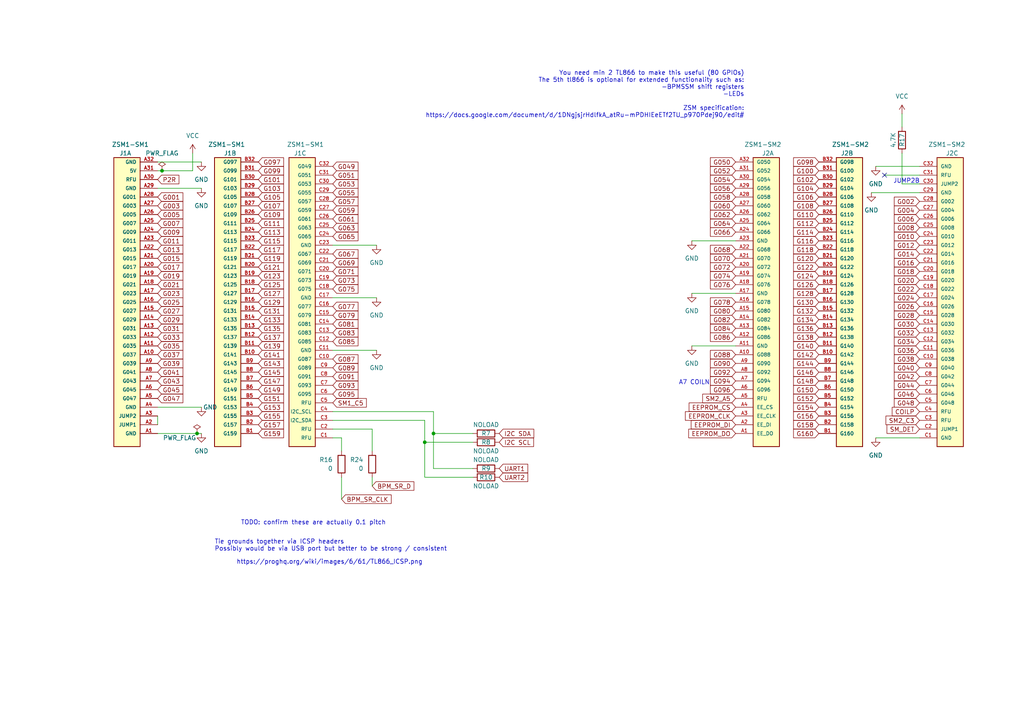
<source format=kicad_sch>
(kicad_sch (version 20211123) (generator eeschema)
  (paper "A4")
  (junction (at 83.82 292.1))
  (junction (at 121.92 240.03))
  (junction (at 120.65 312.42))
  (junction (at 231.14 267.97))
  (junction (at 113.03 242.57))
  (junction (at 46.99 49.53))
  (junction (at 149.86 229.87))
  (junction (at 123.19 128.27))
  (junction (at 220.98 229.87))
  (junction (at 124.46 312.42))
  (junction (at 91.44 304.8))
  (junction (at 125.73 125.73))
  (junction (at 57.15 125.73))
  (no_connect (at 215.9 252.73))
  (no_connect (at -71.12 106.68))
  (no_connect (at -71.12 109.22))
  (no_connect (at -71.12 114.3))
  (no_connect (at -71.12 116.84))
  (no_connect (at -71.12 119.38))
  (no_connect (at -68.58 62.23))
  (no_connect (at -68.58 49.53))
  (no_connect (at -68.58 52.07))
  (no_connect (at -68.58 57.15))
  (no_connect (at -68.58 59.69))
  (no_connect (at 369.57 57.15))
  (no_connect (at 369.57 59.69))
  (no_connect (at 369.57 64.77))
  (no_connect (at 369.57 69.85))
  (no_connect (at 369.57 67.31))
  (no_connect (at 195.58 280.67))
  (no_connect (at 215.9 240.03))
  (no_connect (at 215.9 237.49))
  (no_connect (at 215.9 242.57))
  (no_connect (at 215.9 227.33))
  (no_connect (at 372.11 129.54))
  (no_connect (at 372.11 132.08))
  (no_connect (at 372.11 127))
  (no_connect (at 372.11 121.92))
  (no_connect (at 372.11 119.38))
  (no_connect (at 198.12 280.67))
  (no_connect (at 200.66 280.67))
  (no_connect (at 215.9 247.65))
  (no_connect (at 256.54 50.8))
  (no_connect (at 215.9 234.95))
  (wire (pts (xy 45.72 120.65) (xy 45.72 123.19)))
  (wire (pts (xy 113.03 304.8) (xy 113.03 307.34)))
  (wire (pts (xy 137.16 125.73) (xy 125.73 125.73)))
  (wire (pts (xy 113.03 233.68) (xy 113.03 242.57)))
  (wire (pts (xy -71.12 111.76) (xy -64.77 111.76)))
  (wire (pts (xy 125.73 135.89) (xy 125.73 125.73)))
  (wire (pts (xy 213.36 85.09) (xy 200.66 85.09)))
  (wire (pts (xy 124.46 312.42) (xy 128.27 312.42)))
  (wire (pts (xy 83.82 289.56) (xy 83.82 292.1)))
  (wire (pts (xy 110.49 240.03) (xy 121.92 240.03)))
  (wire (pts (xy 96.52 86.36) (xy 109.22 86.36)))
  (wire (pts (xy 256.54 50.8) (xy 266.7 50.8)))
  (wire (pts (xy 215.9 260.35) (xy 220.98 260.35)))
  (wire (pts (xy 123.19 128.27) (xy 123.19 121.92)))
  (wire (pts (xy 96.52 71.12) (xy 109.22 71.12)))
  (wire (pts (xy 215.9 267.97) (xy 231.14 267.97)))
  (wire (pts (xy 124.46 312.42) (xy 124.46 314.96)))
  (wire (pts (xy 26.67 287.02) (xy 26.67 290.83)))
  (wire (pts (xy 254 127) (xy 266.7 127)))
  (wire (pts (xy 120.65 312.42) (xy 124.46 312.42)))
  (wire (pts (xy 46.99 49.53) (xy 55.88 49.53)))
  (wire (pts (xy 96.52 124.46) (xy 107.95 124.46)))
  (wire (pts (xy 137.16 128.27) (xy 123.19 128.27)))
  (wire (pts (xy 91.44 292.1) (xy 91.44 293.37)))
  (wire (pts (xy 99.06 138.43) (xy 99.06 144.78)))
  (wire (pts (xy 123.19 138.43) (xy 123.19 128.27)))
  (wire (pts (xy 215.9 229.87) (xy 220.98 229.87)))
  (wire (pts (xy 110.49 242.57) (xy 113.03 242.57)))
  (wire (pts (xy 83.82 292.1) (xy 83.82 299.72)))
  (wire (pts (xy 252.73 55.88) (xy 266.7 55.88)))
  (wire (pts (xy 137.16 138.43) (xy 123.19 138.43)))
  (wire (pts (xy 149.86 229.87) (xy 180.34 229.87)))
  (wire (pts (xy 96.52 101.6) (xy 109.22 101.6)))
  (wire (pts (xy 58.42 46.99) (xy 45.72 46.99)))
  (wire (pts (xy 120.65 300.99) (xy 99.06 300.99)))
  (wire (pts (xy 213.36 100.33) (xy 200.66 100.33)))
  (wire (pts (xy 96.52 119.38) (xy 125.73 119.38)))
  (wire (pts (xy 220.98 232.41) (xy 220.98 229.87)))
  (wire (pts (xy 57.15 125.73) (xy 45.72 125.73)))
  (wire (pts (xy 149.86 237.49) (xy 149.86 243.84)))
  (wire (pts (xy 213.36 69.85) (xy 200.66 69.85)))
  (wire (pts (xy 91.44 304.8) (xy 91.44 307.34)))
  (wire (pts (xy 121.92 240.03) (xy 180.34 240.03)))
  (wire (pts (xy 107.95 138.43) (xy 107.95 140.97)))
  (wire (pts (xy 369.57 62.23) (xy 375.92 62.23)))
  (wire (pts (xy 99.06 300.99) (xy 99.06 312.42)))
  (wire (pts (xy 45.72 49.53) (xy 46.99 49.53)))
  (wire (pts (xy 107.95 124.46) (xy 107.95 130.81)))
  (wire (pts (xy 83.82 309.88) (xy 77.47 309.88)))
  (wire (pts (xy 125.73 119.38) (xy 125.73 125.73)))
  (wire (pts (xy 261.62 53.34) (xy 261.62 44.45)))
  (wire (pts (xy 91.44 292.1) (xy 83.82 292.1)))
  (wire (pts (xy 254 48.26) (xy 266.7 48.26)))
  (wire (pts (xy 91.44 300.99) (xy 91.44 304.8)))
  (wire (pts (xy 261.62 33.02) (xy 261.62 36.83)))
  (wire (pts (xy 220.98 223.52) (xy 220.98 229.87)))
  (wire (pts (xy 113.03 242.57) (xy 180.34 242.57)))
  (wire (pts (xy 96.52 127) (xy 99.06 127)))
  (wire (pts (xy 58.42 54.61) (xy 45.72 54.61)))
  (wire (pts (xy 215.9 250.19) (xy 220.98 250.19)))
  (wire (pts (xy 137.16 135.89) (xy 125.73 135.89)))
  (wire (pts (xy 83.82 284.48) (xy 83.82 287.02)))
  (wire (pts (xy 147.32 229.87) (xy 149.86 229.87)))
  (wire (pts (xy 121.92 233.68) (xy 121.92 240.03)))
  (wire (pts (xy 58.42 125.73) (xy 57.15 125.73)))
  (wire (pts (xy -68.58 54.61) (xy -62.23 54.61)))
  (wire (pts (xy 266.7 53.34) (xy 261.62 53.34)))
  (wire (pts (xy 99.06 127) (xy 99.06 130.81)))
  (wire (pts (xy 215.9 255.27) (xy 220.98 255.27)))
  (wire (pts (xy 55.88 44.45) (xy 55.88 49.53)))
  (wire (pts (xy 215.9 262.89) (xy 220.98 262.89)))
  (wire (pts (xy 58.42 118.11) (xy 45.72 118.11)))
  (wire (pts (xy 123.19 121.92) (xy 96.52 121.92)))
  (wire (pts (xy 372.11 124.46) (xy 378.46 124.46)))
  (wire (pts (xy 120.65 312.42) (xy 120.65 300.99)))
  (wire (pts (xy 231.14 267.97) (xy 234.95 267.97)))
  (text "Following pins were connected on SM48D:\n-SM2.A12 (G033): G015\n-SM2.A10 (G037): G019\n-SM2.A09 (G039): G023\n-SM2.A08 (G041): G027\n\nProvide a way to test connections\nAdd a few extra in case more are used\nthat I don't know about" (at 273.05 241.3 0) (effects (font (size 1.27 1.27)) (justify left bottom)))
  (text "RFU: UART" (at 160.02 269.24 0) (effects (font (size 1.27 1.27)) (justify left bottom)))
  (text "3.3V to 5V level translation" (at 72.39 325.12 0) (effects (font (size 1.27 1.27)) (justify left bottom)))
  (text "Considered TL866 for misc GPIO,\nbut use RP2040 since easier to get and\nconsistent with zscn" (at 184.15 215.9 0) (effects (font (size 1.27 1.27)) (justify left bottom)))
  (text "Tie grounds together via ICSP headers\nPossibly would be via USB port but better to be strong / consistent" (at 62.23 160.02 0) (effects (font (size 1.27 1.27)) (justify left bottom)))
  (text "TODO: confirm these are actually 0.1 pitch" (at 69.85 152.4 0) (effects (font (size 1.27 1.27)) (justify left bottom)))
  (text "JUMP2B" (at 259.08 53.34 0) (effects (font (size 1.27 1.27)) (justify left bottom)))
  (text "A7 COILN" (at 196.85 111.76 0) (effects (font (size 1.27 1.27)) (justify left bottom)))
  (text "Give some flexibility for other voltage\nBridge / jumper if unused" (at 85.09 289.56 0) (effects (font (size 1.27 1.27)) (justify left bottom)))
  (text "SM48D relay control\nWhen COIL_EN is asserted, the SM will connect\nP2R to P2\n\nRight circuit drives relay COILP (SM2.C4)\nNote COILN on G043 (SM2.A7)\nAdd transistor here to make atomic, although\nwe could probably toggle through TL866" (at 39.37 271.78 0) (effects (font (size 1.27 1.27)) (justify left bottom)))
  (text "Signal fed into SM's relay\nWhen closed, connects to P2\nIntended for loopback testing?\n" (at 7.62 284.48 0) (effects (font (size 1.27 1.27)) (justify left bottom)))
  (text "Although we could just switch COILN,\ndon't apply power until we have a\ncompatible connection" (at 43.18 300.99 0) (effects (font (size 1.27 1.27)) (justify left bottom)))
  (text "https://proghq.org/wiki/images/6/61/TL866_ICSP.png" (at 68.58 163.83 0) (effects (font (size 1.27 1.27)) (justify left bottom)))
  (text "RFU: UART" (at 160.02 266.7 0) (effects (font (size 1.27 1.27)) (justify left bottom)))
  (text "You need min 2 TL866 to make this useful (80 GPIOs)\nThe 5th tl866 is optional for extended functionality such as:\n-BPMSSM shift registers\n-LEDs\n\nZSM specification:\nhttps://docs.google.com/document/d/1DNgjsjrHdlfkA_atRu-mPDHIEeETf2TU_p970Pdej90/edit#" (at 215.9 34.29 0) (effects (font (size 1.27 1.27)) (justify right bottom)))
  (global_label "G109" (shape input) (at 74.93 62.23 0) (property "Intersheet References" "${INTERSHEET_REFS}" (effects hide)))
  (global_label "G014" (shape input) (at 266.7 73.66 180) (property "Intersheet References" "${INTERSHEET_REFS}" (effects hide)))
  (global_label "G060" (shape input) (at 316.23 49.53 180) (property "Intersheet References" "${INTERSHEET_REFS}" (effects hide)))
  (global_label "G083" (shape input) (at 96.52 96.52 0) (property "Intersheet References" "${INTERSHEET_REFS}" (effects hide)))
  (global_label "GND" (shape input) (at 215.9 232.41 0) (property "Intersheet References" "${INTERSHEET_REFS}" (effects hide)))
  (global_label "G015" (shape input) (at -22.86 54.61 0) (property "Intersheet References" "${INTERSHEET_REFS}" (effects hide)))
  (global_label "G043_GPIO" (shape input) (at 180.34 250.19 180) (property "Intersheet References" "${INTERSHEET_REFS}" (effects hide)))
  (global_label "G052" (shape input) (at 213.36 49.53 180) (property "Intersheet References" "${INTERSHEET_REFS}" (effects hide)))
  (global_label "G039" (shape input) (at 45.72 105.41 0) (property "Intersheet References" "${INTERSHEET_REFS}" (effects hide)))
  (global_label "G043" (shape input) (at 113.03 304.8 180) (property "Intersheet References" "${INTERSHEET_REFS}" (effects hide)))
  (global_label "G002" (shape input) (at 266.7 58.42 180) (property "Intersheet References" "${INTERSHEET_REFS}" (effects hide)))
  (global_label "G143" (shape input) (at 74.93 105.41 0) (property "Intersheet References" "${INTERSHEET_REFS}" (effects hide)))
  (global_label "G074" (shape input) (at 339.09 67.31 0) (property "Intersheet References" "${INTERSHEET_REFS}" (effects hide)))
  (global_label "G016" (shape input) (at 266.7 76.2 180) (property "Intersheet References" "${INTERSHEET_REFS}" (effects hide)))
  (global_label "G033" (shape input) (at -22.86 72.39 0) (property "Intersheet References" "${INTERSHEET_REFS}" (effects hide)))
  (global_label "G105" (shape input) (at 74.93 57.15 0) (property "Intersheet References" "${INTERSHEET_REFS}" (effects hide)))
  (global_label "BPM_SR_D" (shape input) (at 107.95 140.97 0) (property "Intersheet References" "${INTERSHEET_REFS}" (effects hide)))
  (global_label "G104" (shape input) (at 316.23 106.68 180) (property "Intersheet References" "${INTERSHEET_REFS}" (effects hide)))
  (global_label "G009" (shape input) (at -45.72 46.99 180) (property "Intersheet References" "${INTERSHEET_REFS}" (effects hide)))
  (global_label "G007" (shape input) (at 45.72 64.77 0) (property "Intersheet References" "${INTERSHEET_REFS}" (effects hide)))
  (global_label "G102" (shape input) (at 237.49 52.07 180) (property "Intersheet References" "${INTERSHEET_REFS}" (effects hide)))
  (global_label "G099" (shape input) (at -22.86 93.98 0) (property "Intersheet References" "${INTERSHEET_REFS}" (effects hide)))
  (global_label "COILP" (shape input) (at 266.7 119.38 180) (property "Intersheet References" "${INTERSHEET_REFS}" (effects hide)))
  (global_label "G117" (shape input) (at 74.93 72.39 0) (property "Intersheet References" "${INTERSHEET_REFS}" (effects hide)))
  (global_label "G094" (shape input) (at 339.09 144.78 0) (property "Intersheet References" "${INTERSHEET_REFS}" (effects hide)))
  (global_label "G129" (shape input) (at -45.72 114.3 180) (property "Intersheet References" "${INTERSHEET_REFS}" (effects hide)))
  (global_label "G101" (shape input) (at -45.72 96.52 180) (property "Intersheet References" "${INTERSHEET_REFS}" (effects hide)))
  (global_label "G139" (shape input) (at 74.93 100.33 0) (property "Intersheet References" "${INTERSHEET_REFS}" (effects hide)))
  (global_label "LED2" (shape input) (at 215.9 273.05 0) (property "Intersheet References" "${INTERSHEET_REFS}" (effects hide)))
  (global_label "G107" (shape input) (at -22.86 99.06 0) (property "Intersheet References" "${INTERSHEET_REFS}" (effects hide)))
  (global_label "COIL_EN" (shape input) (at 128.27 312.42 0) (property "Intersheet References" "${INTERSHEET_REFS}" (effects hide)))
  (global_label "P2R" (shape input) (at 26.67 293.37 0) (property "Intersheet References" "${INTERSHEET_REFS}" (effects hide)))
  (global_label "G092" (shape input) (at 213.36 107.95 180) (property "Intersheet References" "${INTERSHEET_REFS}" (effects hide)))
  (global_label "G004" (shape input) (at 339.09 49.53 0) (property "Intersheet References" "${INTERSHEET_REFS}" (effects hide)))
  (global_label "G143" (shape input) (at -22.86 127 0) (property "Intersheet References" "${INTERSHEET_REFS}" (effects hide)))
  (global_label "UART1" (shape input) (at 180.34 265.43 180) (property "Intersheet References" "${INTERSHEET_REFS}" (effects hide)))
  (global_label "G076" (shape input) (at 339.09 69.85 0) (property "Intersheet References" "${INTERSHEET_REFS}" (effects hide)))
  (global_label "G033" (shape input) (at 45.72 97.79 0) (property "Intersheet References" "${INTERSHEET_REFS}" (effects hide)))
  (global_label "G097" (shape input) (at -45.72 93.98 180) (property "Intersheet References" "${INTERSHEET_REFS}" (effects hide)))
  (global_label "G118" (shape input) (at 237.49 72.39 180) (property "Intersheet References" "${INTERSHEET_REFS}" (effects hide)))
  (global_label "G114" (shape input) (at 339.09 114.3 0) (property "Intersheet References" "${INTERSHEET_REFS}" (effects hide)))
  (global_label "G077" (shape input) (at 96.52 88.9 0) (property "Intersheet References" "${INTERSHEET_REFS}" (effects hide)))
  (global_label "I2C SCL" (shape input) (at 144.78 128.27 0) (property "Intersheet References" "${INTERSHEET_REFS}" (effects hide)))
  (global_label "G137" (shape input) (at -45.72 121.92 180) (property "Intersheet References" "${INTERSHEET_REFS}" (effects hide)))
  (global_label "COIL_GPIO" (shape input) (at 26.67 287.02 180) (property "Intersheet References" "${INTERSHEET_REFS}" (effects hide)))
  (global_label "G130" (shape input) (at 237.49 87.63 180) (property "Intersheet References" "${INTERSHEET_REFS}" (effects hide)))
  (global_label "EEPROM_DI" (shape input) (at 213.36 123.19 180) (property "Intersheet References" "${INTERSHEET_REFS}" (effects hide)))
  (global_label "G088" (shape input) (at 213.36 102.87 180) (property "Intersheet References" "${INTERSHEET_REFS}" (effects hide)))
  (global_label "G037" (shape input) (at 292.1 252.73 0) (property "Intersheet References" "${INTERSHEET_REFS}" (effects hide)))
  (global_label "G154" (shape input) (at 237.49 118.11 180) (property "Intersheet References" "${INTERSHEET_REFS}" (effects hide)))
  (global_label "G087" (shape input) (at 96.52 104.14 0) (property "Intersheet References" "${INTERSHEET_REFS}" (effects hide)))
  (global_label "G130" (shape input) (at 339.09 124.46 0) (property "Intersheet References" "${INTERSHEET_REFS}" (effects hide)))
  (global_label "G118" (shape input) (at 339.09 116.84 0) (property "Intersheet References" "${INTERSHEET_REFS}" (effects hide)))
  (global_label "G076" (shape input) (at 213.36 82.55 180) (property "Intersheet References" "${INTERSHEET_REFS}" (effects hide)))
  (global_label "UART2" (shape input) (at 180.34 267.97 180) (property "Intersheet References" "${INTERSHEET_REFS}" (effects hide)))
  (global_label "G083" (shape input) (at -22.86 119.38 0) (property "Intersheet References" "${INTERSHEET_REFS}" (effects hide)))
  (global_label "G061" (shape input) (at 96.52 63.5 0) (property "Intersheet References" "${INTERSHEET_REFS}" (effects hide)))
  (global_label "G079" (shape input) (at 96.52 91.44 0) (property "Intersheet References" "${INTERSHEET_REFS}" (effects hide)))
  (global_label "G037_GPIO" (shape input) (at 284.48 252.73 180) (property "Intersheet References" "${INTERSHEET_REFS}" (effects hide)))
  (global_label "G034" (shape input) (at 316.23 82.55 180) (property "Intersheet References" "${INTERSHEET_REFS}" (effects hide)))
  (global_label "G095" (shape input) (at -45.72 137.16 180) (property "Intersheet References" "${INTERSHEET_REFS}" (effects hide)))
  (global_label "GND" (shape input) (at 215.9 245.11 0) (property "Intersheet References" "${INTERSHEET_REFS}" (effects hide)))
  (global_label "EEPROM_CLK" (shape input) (at 180.34 234.95 180) (property "Intersheet References" "${INTERSHEET_REFS}" (effects hide)))
  (global_label "G142" (shape input) (at 237.49 102.87 180) (property "Intersheet References" "${INTERSHEET_REFS}" (effects hide)))
  (global_label "G059" (shape input) (at -22.86 39.37 0) (property "Intersheet References" "${INTERSHEET_REFS}" (effects hide)))
  (global_label "G156" (shape input) (at 316.23 149.86 180) (property "Intersheet References" "${INTERSHEET_REFS}" (effects hide)))
  (global_label "G029" (shape input) (at 45.72 92.71 0) (property "Intersheet References" "${INTERSHEET_REFS}" (effects hide)))
  (global_label "GND" (shape input) (at 180.34 257.81 180) (property "Intersheet References" "${INTERSHEET_REFS}" (effects hide)))
  (global_label "SM1_C5" (shape input) (at 228.6 260.35 0) (property "Intersheet References" "${INTERSHEET_REFS}" (effects hide)))
  (global_label "SM2_A5" (shape input) (at 213.36 115.57 180) (property "Intersheet References" "${INTERSHEET_REFS}" (effects hide)))
  (global_label "G042" (shape input) (at 316.23 87.63 180) (property "Intersheet References" "${INTERSHEET_REFS}" (effects hide)))
  (global_label "G139" (shape input) (at -45.72 124.46 180) (property "Intersheet References" "${INTERSHEET_REFS}" (effects hide)))
  (global_label "G128" (shape input) (at 237.49 85.09 180) (property "Intersheet References" "${INTERSHEET_REFS}" (effects hide)))
  (global_label "G148" (shape input) (at 316.23 142.24 180) (property "Intersheet References" "${INTERSHEET_REFS}" (effects hide)))
  (global_label "G045" (shape input) (at 292.1 276.86 0) (property "Intersheet References" "${INTERSHEET_REFS}" (effects hide)))
  (global_label "G055" (shape input) (at -45.72 34.29 180) (property "Intersheet References" "${INTERSHEET_REFS}" (effects hide)))
  (global_label "G100" (shape input) (at 237.49 49.53 180) (property "Intersheet References" "${INTERSHEET_REFS}" (effects hide)))
  (global_label "G026" (shape input) (at 266.7 88.9 180) (property "Intersheet References" "${INTERSHEET_REFS}" (effects hide)))
  (global_label "G095" (shape input) (at 96.52 114.3 0) (property "Intersheet References" "${INTERSHEET_REFS}" (effects hide)))
  (global_label "G148" (shape input) (at 237.49 110.49 180) (property "Intersheet References" "${INTERSHEET_REFS}" (effects hide)))
  (global_label "G063" (shape input) (at 96.52 66.04 0) (property "Intersheet References" "${INTERSHEET_REFS}" (effects hide)))
  (global_label "G145" (shape input) (at -22.86 129.54 0) (property "Intersheet References" "${INTERSHEET_REFS}" (effects hide)))
  (global_label "G091" (shape input) (at -45.72 132.08 180) (property "Intersheet References" "${INTERSHEET_REFS}" (effects hide)))
  (global_label "G066" (shape input) (at 316.23 57.15 180) (property "Intersheet References" "${INTERSHEET_REFS}" (effects hide)))
  (global_label "G080" (shape input) (at 316.23 77.47 180) (property "Intersheet References" "${INTERSHEET_REFS}" (effects hide)))
  (global_label "G054" (shape input) (at 213.36 52.07 180) (property "Intersheet References" "${INTERSHEET_REFS}" (effects hide)))
  (global_label "G035" (shape input) (at -45.72 72.39 180) (property "Intersheet References" "${INTERSHEET_REFS}" (effects hide)))
  (global_label "G069" (shape input) (at -45.72 52.07 180) (property "Intersheet References" "${INTERSHEET_REFS}" (effects hide)))
  (global_label "G124" (shape input) (at 237.49 80.01 180) (property "Intersheet References" "${INTERSHEET_REFS}" (effects hide)))
  (global_label "G154" (shape input) (at 339.09 149.86 0) (property "Intersheet References" "${INTERSHEET_REFS}" (effects hide)))
  (global_label "G069" (shape input) (at 96.52 76.2 0) (property "Intersheet References" "${INTERSHEET_REFS}" (effects hide)))
  (global_label "BPM_SR_CLK" (shape input) (at 99.06 144.78 0) (property "Intersheet References" "${INTERSHEET_REFS}" (effects hide)))
  (global_label "G037" (shape input) (at -22.86 74.93 0) (property "Intersheet References" "${INTERSHEET_REFS}" (effects hide)))
  (global_label "G031" (shape input) (at -45.72 69.85 180) (property "Intersheet References" "${INTERSHEET_REFS}" (effects hide)))
  (global_label "G014" (shape input) (at 316.23 62.23 180) (property "Intersheet References" "${INTERSHEET_REFS}" (effects hide)))
  (global_label "G084" (shape input) (at 213.36 95.25 180) (property "Intersheet References" "${INTERSHEET_REFS}" (effects hide)))
  (global_label "G057" (shape input) (at -22.86 36.83 0) (property "Intersheet References" "${INTERSHEET_REFS}" (effects hide)))
  (global_label "G023" (shape input) (at 45.72 85.09 0) (property "Intersheet References" "${INTERSHEET_REFS}" (effects hide)))
  (global_label "I2C SDA" (shape input) (at 144.78 125.73 0) (property "Intersheet References" "${INTERSHEET_REFS}" (effects hide)))
  (global_label "G091" (shape input) (at 96.52 109.22 0) (property "Intersheet References" "${INTERSHEET_REFS}" (effects hide)))
  (global_label "G050" (shape input) (at 316.23 41.91 180) (property "Intersheet References" "${INTERSHEET_REFS}" (effects hide)))
  (global_label "G131" (shape input) (at -22.86 114.3 0) (property "Intersheet References" "${INTERSHEET_REFS}" (effects hide)))
  (global_label "G046" (shape input) (at 266.7 114.3 180) (property "Intersheet References" "${INTERSHEET_REFS}" (effects hide)))
  (global_label "G119" (shape input) (at -22.86 106.68 0) (property "Intersheet References" "${INTERSHEET_REFS}" (effects hide)))
  (global_label "G051" (shape input) (at 96.52 50.8 0) (property "Intersheet References" "${INTERSHEET_REFS}" (effects hide)))
  (global_label "G125" (shape input) (at -45.72 111.76 180) (property "Intersheet References" "${INTERSHEET_REFS}" (effects hide)))
  (global_label "G101" (shape input) (at 74.93 52.07 0) (property "Intersheet References" "${INTERSHEET_REFS}" (effects hide)))
  (global_label "G027" (shape input) (at -45.72 67.31 180) (property "Intersheet References" "${INTERSHEET_REFS}" (effects hide)))
  (global_label "EEPROM_CS" (shape input) (at 147.32 229.87 180) (property "Intersheet References" "${INTERSHEET_REFS}" (effects hide)))
  (global_label "G090" (shape input) (at 339.09 139.7 0) (property "Intersheet References" "${INTERSHEET_REFS}" (effects hide)))
  (global_label "G113" (shape input) (at -45.72 104.14 180) (property "Intersheet References" "${INTERSHEET_REFS}" (effects hide)))
  (global_label "G041" (shape input) (at 292.1 262.89 0) (property "Intersheet References" "${INTERSHEET_REFS}" (effects hide)))
  (global_label "G043" (shape input) (at 292.1 271.78 0) (property "Intersheet References" "${INTERSHEET_REFS}" (effects hide)))
  (global_label "G089" (shape input) (at 96.52 106.68 0) (property "Intersheet References" "${INTERSHEET_REFS}" (effects hide)))
  (global_label "G003" (shape input) (at 45.72 59.69 0) (property "Intersheet References" "${INTERSHEET_REFS}" (effects hide)))
  (global_label "G001" (shape input) (at 45.72 57.15 0) (property "Intersheet References" "${INTERSHEET_REFS}" (effects hide)))
  (global_label "G060" (shape input) (at 213.36 59.69 180) (property "Intersheet References" "${INTERSHEET_REFS}" (effects hide)))
  (global_label "G010" (shape input) (at 339.09 57.15 0) (property "Intersheet References" "${INTERSHEET_REFS}" (effects hide)))
  (global_label "G112" (shape input) (at 316.23 111.76 180) (property "Intersheet References" "${INTERSHEET_REFS}" (effects hide)))
  (global_label "UART2" (shape input) (at 144.78 138.43 0) (property "Intersheet References" "${INTERSHEET_REFS}" (effects hide)))
  (global_label "G003" (shape input) (at -45.72 39.37 180) (property "Intersheet References" "${INTERSHEET_REFS}" (effects hide)))
  (global_label "G043" (shape input) (at -45.72 77.47 180) (property "Intersheet References" "${INTERSHEET_REFS}" (effects hide)))
  (global_label "SM2_C3" (shape input) (at 228.6 250.19 0) (property "Intersheet References" "${INTERSHEET_REFS}" (effects hide)))
  (global_label "G085" (shape input) (at 96.52 99.06 0) (property "Intersheet References" "${INTERSHEET_REFS}" (effects hide)))
  (global_label "G068" (shape input) (at 339.09 59.69 0) (property "Intersheet References" "${INTERSHEET_REFS}" (effects hide)))
  (global_label "LED1" (shape input) (at 64.77 220.98 90) (property "Intersheet References" "${INTERSHEET_REFS}" (effects hide)))
  (global_label "SM_DET" (shape input) (at 266.7 124.46 180) (property "Intersheet References" "${INTERSHEET_REFS}" (effects hide)))
  (global_label "G064" (shape input) (at 213.36 64.77 180) (property "Intersheet References" "${INTERSHEET_REFS}" (effects hide)))
  (global_label "G140" (shape input) (at 237.49 100.33 180) (property "Intersheet References" "${INTERSHEET_REFS}" (effects hide)))
  (global_label "G021" (shape input) (at -22.86 62.23 0) (property "Intersheet References" "${INTERSHEET_REFS}" (effects hide)))
  (global_label "G042" (shape input) (at 266.7 109.22 180) (property "Intersheet References" "${INTERSHEET_REFS}" (effects hide)))
  (global_label "G015" (shape input) (at 45.72 74.93 0) (property "Intersheet References" "${INTERSHEET_REFS}" (effects hide)))
  (global_label "G039" (shape input) (at -45.72 74.93 180) (property "Intersheet References" "${INTERSHEET_REFS}" (effects hide)))
  (global_label "G002" (shape input) (at 339.09 46.99 0) (property "Intersheet References" "${INTERSHEET_REFS}" (effects hide)))
  (global_label "G024" (shape input) (at 339.09 72.39 0) (property "Intersheet References" "${INTERSHEET_REFS}" (effects hide)))
  (global_label "G132" (shape input) (at 237.49 90.17 180) (property "Intersheet References" "${INTERSHEET_REFS}" (effects hide)))
  (global_label "G059" (shape input) (at 96.52 60.96 0) (property "Intersheet References" "${INTERSHEET_REFS}" (effects hide)))
  (global_label "G103" (shape input) (at 74.93 54.61 0) (property "Intersheet References" "${INTERSHEET_REFS}" (effects hide)))
  (global_label "I2C SDA" (shape input) (at 110.49 240.03 180) (property "Intersheet References" "${INTERSHEET_REFS}" (effects hide)))
  (global_label "G153" (shape input) (at -45.72 139.7 180) (property "Intersheet References" "${INTERSHEET_REFS}" (effects hide)))
  (global_label "G116" (shape input) (at 237.49 69.85 180) (property "Intersheet References" "${INTERSHEET_REFS}" (effects hide)))
  (global_label "G122" (shape input) (at 339.09 119.38 0) (property "Intersheet References" "${INTERSHEET_REFS}" (effects hide)))
  (global_label "G001" (shape input) (at -45.72 36.83 180) (property "Intersheet References" "${INTERSHEET_REFS}" (effects hide)))
  (global_label "G127" (shape input) (at -22.86 111.76 0) (property "Intersheet References" "${INTERSHEET_REFS}" (effects hide)))
  (global_label "G116" (shape input) (at 316.23 114.3 180) (property "Intersheet References" "${INTERSHEET_REFS}" (effects hide)))
  (global_label "G040" (shape input) (at 266.7 106.68 180) (property "Intersheet References" "${INTERSHEET_REFS}" (effects hide)))
  (global_label "G039" (shape input) (at 292.1 257.81 0) (property "Intersheet References" "${INTERSHEET_REFS}" (effects hide)))
  (global_label "+3V3" (shape input) (at 121.92 226.06 90) (property "Intersheet References" "${INTERSHEET_REFS}" (effects hide)))
  (global_label "G062" (shape input) (at 213.36 62.23 180) (property "Intersheet References" "${INTERSHEET_REFS}" (effects hide)))
  (global_label "G037_GPIO" (shape input) (at 180.34 260.35 180) (property "Intersheet References" "${INTERSHEET_REFS}" (effects hide)))
  (global_label "G098" (shape input) (at 339.09 104.14 0) (property "Intersheet References" "${INTERSHEET_REFS}" (effects hide)))
  (global_label "G129" (shape input) (at 74.93 87.63 0) (property "Intersheet References" "${INTERSHEET_REFS}" (effects hide)))
  (global_label "G128" (shape input) (at 316.23 121.92 180) (property "Intersheet References" "${INTERSHEET_REFS}" (effects hide)))
  (global_label "SM1_C5" (shape input) (at 96.52 116.84 0) (property "Intersheet References" "${INTERSHEET_REFS}" (effects hide)))
  (global_label "G100" (shape input) (at 316.23 104.14 180) (property "Intersheet References" "${INTERSHEET_REFS}" (effects hide)))
  (global_label "G072" (shape input) (at 213.36 77.47 180) (property "Intersheet References" "${INTERSHEET_REFS}" (effects hide)))
  (global_label "G051" (shape input) (at -45.72 31.75 180) (property "Intersheet References" "${INTERSHEET_REFS}" (effects hide)))
  (global_label "G151" (shape input) (at -22.86 137.16 0) (property "Intersheet References" "${INTERSHEET_REFS}" (effects hide)))
  (global_label "G068" (shape input) (at 213.36 72.39 180) (property "Intersheet References" "${INTERSHEET_REFS}" (effects hide)))
  (global_label "G071" (shape input) (at -45.72 54.61 180) (property "Intersheet References" "${INTERSHEET_REFS}" (effects hide)))
  (global_label "G110" (shape input) (at 237.49 62.23 180) (property "Intersheet References" "${INTERSHEET_REFS}" (effects hide)))
  (global_label "G099" (shape input) (at 74.93 49.53 0) (property "Intersheet References" "${INTERSHEET_REFS}" (effects hide)))
  (global_label "G018" (shape input) (at 316.23 67.31 180) (property "Intersheet References" "${INTERSHEET_REFS}" (effects hide)))
  (global_label "G041_GPIO" (shape input) (at 284.48 262.89 180) (property "Intersheet References" "${INTERSHEET_REFS}" (effects hide)))
  (global_label "SM2_A5" (shape input) (at 228.6 255.27 0) (property "Intersheet References" "${INTERSHEET_REFS}" (effects hide)))
  (global_label "G157" (shape input) (at -45.72 142.24 180) (property "Intersheet References" "${INTERSHEET_REFS}" (effects hide)))
  (global_label "G044" (shape input) (at 339.09 87.63 0) (property "Intersheet References" "${INTERSHEET_REFS}" (effects hide)))
  (global_label "G020" (shape input) (at 316.23 69.85 180) (property "Intersheet References" "${INTERSHEET_REFS}" (effects hide)))
  (global_label "G153" (shape input) (at 74.93 118.11 0) (property "Intersheet References" "${INTERSHEET_REFS}" (effects hide)))
  (global_label "G145" (shape input) (at 74.93 107.95 0) (property "Intersheet References" "${INTERSHEET_REFS}" (effects hide)))
  (global_label "G090" (shape input) (at 213.36 105.41 180) (property "Intersheet References" "${INTERSHEET_REFS}" (effects hide)))
  (global_label "G045_GPIO" (shape input) (at 284.48 276.86 180) (property "Intersheet References" "${INTERSHEET_REFS}" (effects hide)))
  (global_label "G081" (shape input) (at -22.86 116.84 0) (property "Intersheet References" "${INTERSHEET_REFS}" (effects hide)))
  (global_label "G044" (shape input) (at 266.7 111.76 180) (property "Intersheet References" "${INTERSHEET_REFS}" (effects hide)))
  (global_label "G033" (shape input) (at 292.1 247.65 0) (property "Intersheet References" "${INTERSHEET_REFS}" (effects hide)))
  (global_label "G155" (shape input) (at -22.86 139.7 0) (property "Intersheet References" "${INTERSHEET_REFS}" (effects hide)))
  (global_label "G146" (shape input) (at 316.23 139.7 180) (property "Intersheet References" "${INTERSHEET_REFS}" (effects hide)))
  (global_label "G018" (shape input) (at 266.7 78.74 180) (property "Intersheet References" "${INTERSHEET_REFS}" (effects hide)))
  (global_label "COILP" (shape input) (at 77.47 309.88 180) (property "Intersheet References" "${INTERSHEET_REFS}" (effects hide)))
  (global_label "SM_DET" (shape input) (at 234.95 267.97 0) (property "Intersheet References" "${INTERSHEET_REFS}" (effects hide)))
  (global_label "G027" (shape input) (at 45.72 90.17 0) (property "Intersheet References" "${INTERSHEET_REFS}" (effects hide)))
  (global_label "G041" (shape input) (at 45.72 107.95 0) (property "Intersheet References" "${INTERSHEET_REFS}" (effects hide)))
  (global_label "G159" (shape input) (at -22.86 142.24 0) (property "Intersheet References" "${INTERSHEET_REFS}" (effects hide)))
  (global_label "G043_GPIO" (shape input) (at 284.48 271.78 180) (property "Intersheet References" "${INTERSHEET_REFS}" (effects hide)))
  (global_label "G032" (shape input) (at 266.7 96.52 180) (property "Intersheet References" "${INTERSHEET_REFS}" (effects hide)))
  (global_label "G112" (shape input) (at 237.49 64.77 180) (property "Intersheet References" "${INTERSHEET_REFS}" (effects hide)))
  (global_label "G064" (shape input) (at 316.23 54.61 180) (property "Intersheet References" "${INTERSHEET_REFS}" (effects hide)))
  (global_label "G149" (shape input) (at -22.86 134.62 0) (property "Intersheet References" "${INTERSHEET_REFS}" (effects hide)))
  (global_label "EEPROM_CLK" (shape input) (at 213.36 120.65 180) (property "Intersheet References" "${INTERSHEET_REFS}" (effects hide)))
  (global_label "LED2" (shape input) (at 78.74 220.98 90) (property "Intersheet References" "${INTERSHEET_REFS}" (effects hide)))
  (global_label "G080" (shape input) (at 213.36 90.17 180) (property "Intersheet References" "${INTERSHEET_REFS}" (effects hide)))
  (global_label "G054" (shape input) (at 316.23 44.45 180) (property "Intersheet References" "${INTERSHEET_REFS}" (effects hide)))
  (global_label "G097" (shape input) (at 74.93 46.99 0) (property "Intersheet References" "${INTERSHEET_REFS}" (effects hide)))
  (global_label "G106" (shape input) (at 339.09 109.22 0) (property "Intersheet References" "${INTERSHEET_REFS}" (effects hide)))
  (global_label "G093" (shape input) (at 96.52 111.76 0) (property "Intersheet References" "${INTERSHEET_REFS}" (effects hide)))
  (global_label "G041" (shape input) (at -22.86 77.47 0) (property "Intersheet References" "${INTERSHEET_REFS}" (effects hide)))
  (global_label "G048" (shape input) (at 266.7 116.84 180) (property "Intersheet References" "${INTERSHEET_REFS}" (effects hide)))
  (global_label "G006" (shape input) (at 339.09 52.07 0) (property "Intersheet References" "${INTERSHEET_REFS}" (effects hide)))
  (global_label "G013" (shape input) (at 45.72 72.39 0) (property "Intersheet References" "${INTERSHEET_REFS}" (effects hide)))
  (global_label "G038" (shape input) (at 266.7 104.14 180) (property "Intersheet References" "${INTERSHEET_REFS}" (effects hide)))
  (global_label "G146" (shape input) (at 237.49 107.95 180) (property "Intersheet References" "${INTERSHEET_REFS}" (effects hide)))
  (global_label "G010" (shape input) (at 266.7 68.58 180) (property "Intersheet References" "${INTERSHEET_REFS}" (effects hide)))
  (global_label "G138" (shape input) (at 339.09 132.08 0) (property "Intersheet References" "${INTERSHEET_REFS}" (effects hide)))
  (global_label "G096" (shape input) (at 213.36 113.03 180) (property "Intersheet References" "${INTERSHEET_REFS}" (effects hide)))
  (global_label "G104" (shape input) (at 237.49 54.61 180) (property "Intersheet References" "${INTERSHEET_REFS}" (effects hide)))
  (global_label "G152" (shape input) (at 237.49 115.57 180) (property "Intersheet References" "${INTERSHEET_REFS}" (effects hide)))
  (global_label "G065" (shape input) (at -22.86 46.99 0) (property "Intersheet References" "${INTERSHEET_REFS}" (effects hide)))
  (global_label "G085" (shape input) (at -22.86 121.92 0) (property "Intersheet References" "${INTERSHEET_REFS}" (effects hide)))
  (global_label "G053" (shape input) (at 96.52 53.34 0) (property "Intersheet References" "${INTERSHEET_REFS}" (effects hide)))
  (global_label "G013" (shape input) (at -22.86 52.07 0) (property "Intersheet References" "${INTERSHEET_REFS}" (effects hide)))
  (global_label "G124" (shape input) (at 316.23 119.38 180) (property "Intersheet References" "${INTERSHEET_REFS}" (effects hide)))
  (global_label "G067" (shape input) (at 96.52 73.66 0) (property "Intersheet References" "${INTERSHEET_REFS}" (effects hide)))
  (global_label "G114" (shape input) (at 237.49 67.31 180) (property "Intersheet References" "${INTERSHEET_REFS}" (effects hide)))
  (global_label "G147" (shape input) (at -22.86 132.08 0) (property "Intersheet References" "${INTERSHEET_REFS}" (effects hide)))
  (global_label "G070" (shape input) (at 339.09 62.23 0) (property "Intersheet References" "${INTERSHEET_REFS}" (effects hide)))
  (global_label "G006" (shape input) (at 266.7 63.5 180) (property "Intersheet References" "${INTERSHEET_REFS}" (effects hide)))
  (global_label "G144" (shape input) (at 237.49 105.41 180) (property "Intersheet References" "${INTERSHEET_REFS}" (effects hide)))
  (global_label "G149" (shape input) (at 74.93 113.03 0) (property "Intersheet References" "${INTERSHEET_REFS}" (effects hide)))
  (global_label "G119" (shape input) (at 74.93 74.93 0) (property "Intersheet References" "${INTERSHEET_REFS}" (effects hide)))
  (global_label "GND" (shape input) (at 180.34 270.51 180) (property "Intersheet References" "${INTERSHEET_REFS}" (effects hide)))
  (global_label "G075" (shape input) (at -45.72 59.69 180) (property "Intersheet References" "${INTERSHEET_REFS}" (effects hide)))
  (global_label "G063" (shape input) (at -22.86 44.45 0) (property "Intersheet References" "${INTERSHEET_REFS}" (effects hide)))
  (global_label "G053" (shape input) (at -22.86 34.29 0) (property "Intersheet References" "${INTERSHEET_REFS}" (effects hide)))
  (global_label "G120" (shape input) (at 316.23 116.84 180) (property "Intersheet References" "${INTERSHEET_REFS}" (effects hide)))
  (global_label "G141" (shape input) (at 74.93 102.87 0) (property "Intersheet References" "${INTERSHEET_REFS}" (effects hide)))
  (global_label "G019" (shape input) (at 45.72 80.01 0) (property "Intersheet References" "${INTERSHEET_REFS}" (effects hide)))
  (global_label "G087" (shape input) (at -45.72 127 180) (property "Intersheet References" "${INTERSHEET_REFS}" (effects hide)))
  (global_label "G008" (shape input) (at 339.09 54.61 0) (property "Intersheet References" "${INTERSHEET_REFS}" (effects hide)))
  (global_label "G103" (shape input) (at -22.86 96.52 0) (property "Intersheet References" "${INTERSHEET_REFS}" (effects hide)))
  (global_label "G028" (shape input) (at 339.09 77.47 0) (property "Intersheet References" "${INTERSHEET_REFS}" (effects hide)))
  (global_label "G070" (shape input) (at 213.36 74.93 180) (property "Intersheet References" "${INTERSHEET_REFS}" (effects hide)))
  (global_label "G136" (shape input) (at 339.09 129.54 0) (property "Intersheet References" "${INTERSHEET_REFS}" (effects hide)))
  (global_label "G062" (shape input) (at 316.23 52.07 180) (property "Intersheet References" "${INTERSHEET_REFS}" (effects hide)))
  (global_label "G133" (shape input) (at -45.72 116.84 180) (property "Intersheet References" "${INTERSHEET_REFS}" (effects hide)))
  (global_label "G121" (shape input) (at 74.93 77.47 0) (property "Intersheet References" "${INTERSHEET_REFS}" (effects hide)))
  (global_label "G016" (shape input) (at 316.23 64.77 180) (property "Intersheet References" "${INTERSHEET_REFS}" (effects hide)))
  (global_label "G024" (shape input) (at 266.7 86.36 180) (property "Intersheet References" "${INTERSHEET_REFS}" (effects hide)))
  (global_label "+3V3" (shape input) (at 113.03 226.06 90) (property "Intersheet References" "${INTERSHEET_REFS}" (effects hide)))
  (global_label "G086" (shape input) (at 213.36 97.79 180) (property "Intersheet References" "${INTERSHEET_REFS}" (effects hide)))
  (global_label "G005" (shape input) (at 45.72 62.23 0) (property "Intersheet References" "${INTERSHEET_REFS}" (effects hide)))
  (global_label "G012" (shape input) (at 316.23 59.69 180) (property "Intersheet References" "${INTERSHEET_REFS}" (effects hide)))
  (global_label "G049" (shape input) (at 96.52 48.26 0) (property "Intersheet References" "${INTERSHEET_REFS}" (effects hide)))
  (global_label "G107" (shape input) (at 74.93 59.69 0) (property "Intersheet References" "${INTERSHEET_REFS}" (effects hide)))
  (global_label "G160" (shape input) (at 316.23 152.4 180) (property "Intersheet References" "${INTERSHEET_REFS}" (effects hide)))
  (global_label "G011" (shape input) (at 45.72 69.85 0) (property "Intersheet References" "${INTERSHEET_REFS}" (effects hide)))
  (global_label "G084" (shape input) (at 316.23 129.54 180) (property "Intersheet References" "${INTERSHEET_REFS}" (effects hide)))
  (global_label "G126" (shape input) (at 339.09 121.92 0) (property "Intersheet References" "${INTERSHEET_REFS}" (effects hide)))
  (global_label "G045" (shape input) (at -22.86 80.01 0) (property "Intersheet References" "${INTERSHEET_REFS}" (effects hide)))
  (global_label "G035" (shape input) (at 45.72 100.33 0) (property "Intersheet References" "${INTERSHEET_REFS}" (effects hide)))
  (global_label "G151" (shape input) (at 74.93 115.57 0) (property "Intersheet References" "${INTERSHEET_REFS}" (effects hide)))
  (global_label "G046" (shape input) (at 316.23 90.17 180) (property "Intersheet References" "${INTERSHEET_REFS}" (effects hide)))
  (global_label "SM2_C3" (shape input) (at 266.7 121.92 180) (property "Intersheet References" "${INTERSHEET_REFS}" (effects hide)))
  (global_label "G158" (shape input) (at 237.49 123.19 180) (property "Intersheet References" "${INTERSHEET_REFS}" (effects hide)))
  (global_label "G120" (shape input) (at 237.49 74.93 180) (property "Intersheet References" "${INTERSHEET_REFS}" (effects hide)))
  (global_label "G036" (shape input) (at 339.09 82.55 0) (property "Intersheet References" "${INTERSHEET_REFS}" (effects hide)))
  (global_label "G125" (shape input) (at 74.93 82.55 0) (property "Intersheet References" "${INTERSHEET_REFS}" (effects hide)))
  (global_label "G074" (shape input) (at 213.36 80.01 180) (property "Intersheet References" "${INTERSHEET_REFS}" (effects hide)))
  (global_label "G045_GPIO" (shape input) (at 180.34 247.65 180) (property "Intersheet References" "${INTERSHEET_REFS}" (effects hide)))
  (global_label "G081" (shape input) (at 96.52 93.98 0) (property "Intersheet References" "${INTERSHEET_REFS}" (effects hide)))
  (global_label "G132" (shape input) (at 316.23 124.46 180) (property "Intersheet References" "${INTERSHEET_REFS}" (effects hide)))
  (global_label "G078" (shape input) (at 316.23 74.93 180) (property "Intersheet References" "${INTERSHEET_REFS}" (effects hide)))
  (global_label "G048" (shape input) (at 339.09 90.17 0) (property "Intersheet References" "${INTERSHEET_REFS}" (effects hide)))
  (global_label "G134" (shape input) (at 339.09 127 0) (property "Intersheet References" "${INTERSHEET_REFS}" (effects hide)))
  (global_label "G093" (shape input) (at -45.72 134.62 180) (property "Intersheet References" "${INTERSHEET_REFS}" (effects hide)))
  (global_label "BPM_SR_CLK" (shape input) (at 180.34 275.59 180) (property "Intersheet References" "${INTERSHEET_REFS}" (effects hide)))
  (global_label "G141" (shape input) (at -22.86 124.46 0) (property "Intersheet References" "${INTERSHEET_REFS}" (effects hide)))
  (global_label "G040" (shape input) (at 339.09 85.09 0) (property "Intersheet References" "${INTERSHEET_REFS}" (effects hide)))
  (global_label "G026" (shape input) (at 339.09 74.93 0) (property "Intersheet References" "${INTERSHEET_REFS}" (effects hide)))
  (global_label "G156" (shape input) (at 237.49 120.65 180) (property "Intersheet References" "${INTERSHEET_REFS}" (effects hide)))
  (global_label "COIL_GPIO" (shape input) (at 215.9 262.89 0) (property "Intersheet References" "${INTERSHEET_REFS}" (effects hide)))
  (global_label "G004" (shape input) (at 266.7 60.96 180) (property "Intersheet References" "${INTERSHEET_REFS}" (effects hide)))
  (global_label "G071" (shape input) (at 96.52 78.74 0) (property "Intersheet References" "${INTERSHEET_REFS}" (effects hide)))
  (global_label "G110" (shape input) (at 339.09 111.76 0) (property "Intersheet References" "${INTERSHEET_REFS}" (effects hide)))
  (global_label "G034" (shape input) (at 266.7 99.06 180) (property "Intersheet References" "${INTERSHEET_REFS}" (effects hide)))
  (global_label "G030" (shape input) (at 316.23 80.01 180) (property "Intersheet References" "${INTERSHEET_REFS}" (effects hide)))
  (global_label "G056" (shape input) (at 213.36 54.61 180) (property "Intersheet References" "${INTERSHEET_REFS}" (effects hide)))
  (global_label "G086" (shape input) (at 316.23 132.08 180) (property "Intersheet References" "${INTERSHEET_REFS}" (effects hide)))
  (global_label "G098" (shape input) (at 237.49 46.99 180) (property "Intersheet References" "${INTERSHEET_REFS}" (effects hide)))
  (global_label "G121" (shape input) (at -45.72 109.22 180) (property "Intersheet References" "${INTERSHEET_REFS}" (effects hide)))
  (global_label "G017" (shape input) (at 45.72 77.47 0) (property "Intersheet References" "${INTERSHEET_REFS}" (effects hide)))
  (global_label "G082" (shape input) (at 213.36 92.71 180) (property "Intersheet References" "${INTERSHEET_REFS}" (effects hide)))
  (global_label "I2C SCL" (shape input) (at 110.49 242.57 180) (property "Intersheet References" "${INTERSHEET_REFS}" (effects hide)))
  (global_label "G092" (shape input) (at 339.09 142.24 0) (property "Intersheet References" "${INTERSHEET_REFS}" (effects hide)))
  (global_label "GND" (shape input) (at 215.9 270.51 0) (property "Intersheet References" "${INTERSHEET_REFS}" (effects hide)))
  (global_label "G155" (shape input) (at 74.93 120.65 0) (property "Intersheet References" "${INTERSHEET_REFS}" (effects hide)))
  (global_label "G011" (shape input) (at -22.86 49.53 0) (property "Intersheet References" "${INTERSHEET_REFS}" (effects hide)))
  (global_label "G061" (shape input) (at -22.86 41.91 0) (property "Intersheet References" "${INTERSHEET_REFS}" (effects hide)))
  (global_label "G012" (shape input) (at 266.7 71.12 180) (property "Intersheet References" "${INTERSHEET_REFS}" (effects hide)))
  (global_label "G150" (shape input) (at 237.49 113.03 180) (property "Intersheet References" "${INTERSHEET_REFS}" (effects hide)))
  (global_label "G094" (shape input) (at 213.36 110.49 180) (property "Intersheet References" "${INTERSHEET_REFS}" (effects hide)))
  (global_label "G009" (shape input) (at 45.72 67.31 0) (property "Intersheet References" "${INTERSHEET_REFS}" (effects hide)))
  (global_label "G036" (shape input) (at 266.7 101.6 180) (property "Intersheet References" "${INTERSHEET_REFS}" (effects hide)))
  (global_label "G056" (shape input) (at 339.09 44.45 0) (property "Intersheet References" "${INTERSHEET_REFS}" (effects hide)))
  (global_label "G028" (shape input) (at 266.7 91.44 180) (property "Intersheet References" "${INTERSHEET_REFS}" (effects hide)))
  (global_label "G102" (shape input) (at 339.09 106.68 0) (property "Intersheet References" "${INTERSHEET_REFS}" (effects hide)))
  (global_label "G133" (shape input) (at 74.93 92.71 0) (property "Intersheet References" "${INTERSHEET_REFS}" (effects hide)))
  (global_label "P2R" (shape input) (at 45.72 52.07 0) (property "Intersheet References" "${INTERSHEET_REFS}" (effects hide)))
  (global_label "G052" (shape input) (at 339.09 41.91 0) (property "Intersheet References" "${INTERSHEET_REFS}" (effects hide)))
  (global_label "G079" (shape input) (at -22.86 67.31 0) (property "Intersheet References" "${INTERSHEET_REFS}" (effects hide)))
  (global_label "GND" (shape input) (at 180.34 245.11 180) (property "Intersheet References" "${INTERSHEET_REFS}" (effects hide)))
  (global_label "G073" (shape input) (at 96.52 81.28 0) (property "Intersheet References" "${INTERSHEET_REFS}" (effects hide)))
  (global_label "EEPROM_DO" (shape input) (at 180.34 227.33 180) (property "Intersheet References" "${INTERSHEET_REFS}" (effects hide)))
  (global_label "G096" (shape input) (at 339.09 147.32 0) (property "Intersheet References" "${INTERSHEET_REFS}" (effects hide)))
  (global_label "G147" (shape input) (at 74.93 110.49 0) (property "Intersheet References" "${INTERSHEET_REFS}" (effects hide)))
  (global_label "G039_GPIO" (shape input) (at 180.34 255.27 180) (property "Intersheet References" "${INTERSHEET_REFS}" (effects hide)))
  (global_label "G022" (shape input) (at 266.7 83.82 180) (property "Intersheet References" "${INTERSHEET_REFS}" (effects hide)))
  (global_label "G088" (shape input) (at 339.09 137.16 0) (property "Intersheet References" "${INTERSHEET_REFS}" (effects hide)))
  (global_label "EEPROM_DI" (shape input) (at 180.34 237.49 180) (property "Intersheet References" "${INTERSHEET_REFS}" (effects hide)))
  (global_label "G105" (shape input) (at -45.72 99.06 180) (property "Intersheet References" "${INTERSHEET_REFS}" (effects hide)))
  (global_label "G017" (shape input) (at -22.86 57.15 0) (property "Intersheet References" "${INTERSHEET_REFS}" (effects hide)))
  (global_label "G047" (shape input) (at 45.72 115.57 0) (property "Intersheet References" "${INTERSHEET_REFS}" (effects hide)))
  (global_label "G158" (shape input) (at 339.09 152.4 0) (property "Intersheet References" "${INTERSHEET_REFS}" (effects hide)))
  (global_label "G142" (shape input) (at 316.23 134.62 180) (property "Intersheet References" "${INTERSHEET_REFS}" (effects hide)))
  (global_label "G055" (shape input) (at 96.52 55.88 0) (property "Intersheet References" "${INTERSHEET_REFS}" (effects hide)))
  (global_label "G039_GPIO" (shape input) (at 284.48 257.81 180) (property "Intersheet References" "${INTERSHEET_REFS}" (effects hide)))
  (global_label "G123" (shape input) (at 74.93 80.01 0) (property "Intersheet References" "${INTERSHEET_REFS}" (effects hide)))
  (global_label "G005" (shape input) (at -45.72 41.91 180) (property "Intersheet References" "${INTERSHEET_REFS}" (effects hide)))
  (global_label "G037" (shape input) (at 45.72 102.87 0) (property "Intersheet References" "${INTERSHEET_REFS}" (effects hide)))
  (global_label "G008" (shape input) (at 266.7 66.04 180) (property "Intersheet References" "${INTERSHEET_REFS}" (effects hide)))
  (global_label "G108" (shape input) (at 237.49 59.69 180) (property "Intersheet References" "${INTERSHEET_REFS}" (effects hide)))
  (global_label "G075" (shape input) (at 96.52 83.82 0) (property "Intersheet References" "${INTERSHEET_REFS}" (effects hide)))
  (global_label "G159" (shape input) (at 74.93 125.73 0) (property "Intersheet References" "${INTERSHEET_REFS}" (effects hide)))
  (global_label "G049" (shape input) (at -22.86 31.75 0) (property "Intersheet References" "${INTERSHEET_REFS}" (effects hide)))
  (global_label "G113" (shape input) (at 74.93 67.31 0) (property "Intersheet References" "${INTERSHEET_REFS}" (effects hide)))
  (global_label "G136" (shape input) (at 237.49 95.25 180) (property "Intersheet References" "${INTERSHEET_REFS}" (effects hide)))
  (global_label "G025" (shape input) (at -45.72 64.77 180) (property "Intersheet References" "${INTERSHEET_REFS}" (effects hide)))
  (global_label "G160" (shape input) (at 237.49 125.73 180) (property "Intersheet References" "${INTERSHEET_REFS}" (effects hide)))
  (global_label "G111" (shape input) (at -22.86 101.6 0) (property "Intersheet References" "${INTERSHEET_REFS}" (effects hide)))
  (global_label "G023" (shape input) (at -45.72 62.23 180) (property "Intersheet References" "${INTERSHEET_REFS}" (effects hide)))
  (global_label "G007" (shape input) (at -45.72 44.45 180) (property "Intersheet References" "${INTERSHEET_REFS}" (effects hide)))
  (global_label "G019" (shape input) (at -22.86 59.69 0) (property "Intersheet References" "${INTERSHEET_REFS}" (effects hide)))
  (global_label "G020" (shape input) (at 266.7 81.28 180) (property "Intersheet References" "${INTERSHEET_REFS}" (effects hide)))
  (global_label "G058" (shape input) (at 316.23 46.99 180) (property "Intersheet References" "${INTERSHEET_REFS}" (effects hide)))
  (global_label "G043" (shape input) (at 45.72 110.49 0) (property "Intersheet References" "${INTERSHEET_REFS}" (effects hide)))
  (global_label "G135" (shape input) (at -45.72 119.38 180) (property "Intersheet References" "${INTERSHEET_REFS}" (effects hide)))
  (global_label "UART1" (shape input) (at 144.78 135.89 0) (property "Intersheet References" "${INTERSHEET_REFS}" (effects hide)))
  (global_label "G106" (shape input) (at 237.49 57.15 180) (property "Intersheet References" "${INTERSHEET_REFS}" (effects hide)))
  (global_label "G115" (shape input) (at 74.93 69.85 0) (property "Intersheet References" "${INTERSHEET_REFS}" (effects hide)))
  (global_label "G038" (shape input) (at 316.23 85.09 180) (property "Intersheet References" "${INTERSHEET_REFS}" (effects hide)))
  (global_label "G031" (shape input) (at 45.72 95.25 0) (property "Intersheet References" "${INTERSHEET_REFS}" (effects hide)))
  (global_label "G126" (shape input) (at 237.49 82.55 180) (property "Intersheet References" "${INTERSHEET_REFS}" (effects hide)))
  (global_label "G140" (shape input) (at 339.09 134.62 0) (property "Intersheet References" "${INTERSHEET_REFS}" (effects hide)))
  (global_label "G137" (shape input) (at 74.93 97.79 0) (property "Intersheet References" "${INTERSHEET_REFS}" (effects hide)))
  (global_label "G032" (shape input) (at 339.09 80.01 0) (property "Intersheet References" "${INTERSHEET_REFS}" (effects hide)))
  (global_label "G134" (shape input) (at 237.49 92.71 180) (property "Intersheet References" "${INTERSHEET_REFS}" (effects hide)))
  (global_label "G077" (shape input) (at -22.86 64.77 0) (property "Intersheet References" "${INTERSHEET_REFS}" (effects hide)))
  (global_label "G117" (shape input) (at -45.72 106.68 180) (property "Intersheet References" "${INTERSHEET_REFS}" (effects hide)))
  (global_label "G123" (shape input) (at -22.86 109.22 0) (property "Intersheet References" "${INTERSHEET_REFS}" (effects hide)))
  (global_label "G030" (shape input) (at 266.7 93.98 180) (property "Intersheet References" "${INTERSHEET_REFS}" (effects hide)))
  (global_label "G057" (shape input) (at 96.52 58.42 0) (property "Intersheet References" "${INTERSHEET_REFS}" (effects hide)))
  (global_label "G058" (shape input) (at 213.36 57.15 180) (property "Intersheet References" "${INTERSHEET_REFS}" (effects hide)))
  (global_label "G131" (shape input) (at 74.93 90.17 0) (property "Intersheet References" "${INTERSHEET_REFS}" (effects hide)))
  (global_label "GND" (shape input) (at 215.9 257.81 0) (property "Intersheet References" "${INTERSHEET_REFS}" (effects hide)))
  (global_label "G045" (shape input) (at 45.72 113.03 0) (property "Intersheet References" "${INTERSHEET_REFS}" (effects hide)))
  (global_label "G108" (shape input) (at 316.23 109.22 180) (property "Intersheet References" "${INTERSHEET_REFS}" (effects hide)))
  (global_label "G033_GPIO" (shape input) (at 180.34 262.89 180) (property "Intersheet References" "${INTERSHEET_REFS}" (effects hide)))
  (global_label "G029" (shape input) (at -22.86 69.85 0) (property "Intersheet References" "${INTERSHEET_REFS}" (effects hide)))
  (global_label "LED1" (shape input) (at 215.9 275.59 0) (property "Intersheet References" "${INTERSHEET_REFS}" (effects hide)))
  (global_label "G150" (shape input) (at 316.23 144.78 180) (property "Intersheet References" "${INTERSHEET_REFS}" (effects hide)))
  (global_label "G111" (shape input) (at 74.93 64.77 0) (property "Intersheet References" "${INTERSHEET_REFS}" (effects hide)))
  (global_label "G047" (shape input) (at -45.72 80.01 180) (property "Intersheet References" "${INTERSHEET_REFS}" (effects hide)))
  (global_label "G157" (shape input) (at 74.93 123.19 0) (property "Intersheet References" "${INTERSHEET_REFS}" (effects hide)))
  (global_label "EEPROM_CS" (shape input) (at 213.36 118.11 180) (property "Intersheet References" "${INTERSHEET_REFS}" (effects hide)))
  (global_label "G122" (shape input) (at 237.49 77.47 180) (property "Intersheet References" "${INTERSHEET_REFS}" (effects hide)))
  (global_label "G041_GPIO" (shape input) (at 180.34 252.73 180) (property "Intersheet References" "${INTERSHEET_REFS}" (effects hide)))
  (global_label "G138" (shape input) (at 237.49 97.79 180) (property "Intersheet References" "${INTERSHEET_REFS}" (effects hide)))
  (global_label "G152" (shape input) (at 316.23 147.32 180) (property "Intersheet References" "${INTERSHEET_REFS}" (effects hide)))
  (global_label "G109" (shape input) (at -45.72 101.6 180) (property "Intersheet References" "${INTERSHEET_REFS}" (effects hide)))
  (global_label "G050" (shape input) (at 213.36 46.99 180) (property "Intersheet References" "${INTERSHEET_REFS}" (effects hide)))
  (global_label "G115" (shape input) (at -22.86 104.14 0) (property "Intersheet References" "${INTERSHEET_REFS}" (effects hide)))
  (global_label "G022" (shape input) (at 316.23 72.39 180) (property "Intersheet References" "${INTERSHEET_REFS}" (effects hide)))
  (global_label "G066" (shape input) (at 213.36 67.31 180) (property "Intersheet References" "${INTERSHEET_REFS}" (effects hide)))
  (global_label "GND" (shape input) (at 180.34 232.41 180) (property "Intersheet References" "${INTERSHEET_REFS}" (effects hide)))
  (global_label "G082" (shape input) (at 316.23 127 180) (property "Intersheet References" "${INTERSHEET_REFS}" (effects hide)))
  (global_label "BPM_SR_D" (shape input) (at 180.34 273.05 180) (property "Intersheet References" "${INTERSHEET_REFS}" (effects hide)))
  (global_label "G078" (shape input) (at 213.36 87.63 180) (property "Intersheet References" "${INTERSHEET_REFS}" (effects hide)))
  (global_label "EEPROM_DO" (shape input) (at 213.36 125.73 180) (property "Intersheet References" "${INTERSHEET_REFS}" (effects hide)))
  (global_label "G073" (shape input) (at -45.72 57.15 180) (property "Intersheet References" "${INTERSHEET_REFS}" (effects hide)))
  (global_label "G033_GPIO" (shape input) (at 284.48 247.65 180) (property "Intersheet References" "${INTERSHEET_REFS}" (effects hide)))
  (global_label "G065" (shape input) (at 96.52 68.58 0) (property "Intersheet References" "${INTERSHEET_REFS}" (effects hide)))
  (global_label "G025" (shape input) (at 45.72 87.63 0) (property "Intersheet References" "${INTERSHEET_REFS}" (effects hide)))
  (global_label "G089" (shape input) (at -45.72 129.54 180) (property "Intersheet References" "${INTERSHEET_REFS}" (effects hide)))
  (global_label "G144" (shape input) (at 316.23 137.16 180) (property "Intersheet References" "${INTERSHEET_REFS}" (effects hide)))
  (global_label "G021" (shape input) (at 45.72 82.55 0) (property "Intersheet References" "${INTERSHEET_REFS}" (effects hide)))
  (global_label "G135" (shape input) (at 74.93 95.25 0) (property "Intersheet References" "${INTERSHEET_REFS}" (effects hide)))
  (global_label "COIL_EN" (shape input) (at 215.9 265.43 0) (property "Intersheet References" "${INTERSHEET_REFS}" (effects hide)))
  (global_label "G127" (shape input) (at 74.93 85.09 0) (property "Intersheet References" "${INTERSHEET_REFS}" (effects hide)))
  (global_label "G067" (shape input) (at -45.72 49.53 180) (property "Intersheet References" "${INTERSHEET_REFS}" (effects hide)))
  (global_label "G072" (shape input) (at 339.09 64.77 0) (property "Intersheet References" "${INTERSHEET_REFS}" (effects hide)))
  (symbol (lib_id "Device:R") (at 140.97 135.89 90) (unit 1)
    (property "Reference" "R9" (at 140.97 135.89 90))
    (property "Value" "NOLOAD" (at 140.97 133.35 90))
    (property "Footprint" "Resistor_SMD:R_0603_1608Metric" (effects hide))
  )
  (symbol (lib_id "Device:R") (at 288.29 257.81 270) (mirror x) (unit 1)
    (property "Reference" "R21" (at 288.29 255.27 90))
    (property "Value" "0" (at 288.29 257.81 90))
    (property "Footprint" "Resistor_SMD:R_0603_1608Metric" (effects hide))
  )
  (symbol (lib_id "power:GND") (at 252.73 55.88 0) (unit 1)
    (property "Reference" "#PWR0121" (effects hide))
    (property "Value" "GND" (at 252.73 60.96 0))
  )
  (symbol (lib_id "Connector:Conn_01x06_Male") (at -73.66 54.61 0) (unit 1)
    (property "Reference" "J4" (at -73.025 44.45 0))
    (property "Value" "Conn_01x06_Male" (at -73.025 46.99 0))
    (property "Footprint" "Connector_PinHeader_2.54mm:PinHeader_1x06_P2.54mm_Vertical" (effects hide))
  )
  (symbol (lib_id "Mechanical:MountingHole") (at -57.15 203.2 0) (unit 1)
    (property "Reference" "H7" (at -54.61 201.9299 0) (effects (justify left)))
    (property "Value" "MountingHole" (at -54.61 204.4699 0) (effects (justify left)))
    (property "Footprint" "MountingHole:MountingHole_4.3mm_M4_DIN965" (effects hide))
  )
  (symbol (lib_id "Device:R") (at 288.29 247.65 270) (mirror x) (unit 1)
    (property "Reference" "R23" (at 288.29 245.11 90))
    (property "Value" "0" (at 288.29 247.65 90))
    (property "Footprint" "Resistor_SMD:R_0603_1608Metric" (effects hide))
  )
  (symbol (lib_id "Device:R") (at 99.06 134.62 0) (mirror x) (unit 1)
    (property "Reference" "R16" (at 96.52 133.3499 0) (effects (justify right)))
    (property "Value" "0" (at 96.52 135.8899 0) (effects (justify right)))
    (property "Footprint" "Resistor_SMD:R_0603_1608Metric" (effects hide))
  )
  (symbol (lib_id "power:VCC") (at 261.62 33.02 0) (mirror y) (unit 1)
    (property "Reference" "#PWR0115" (effects hide))
    (property "Value" "VCC" (at 261.62 27.94 0))
  )
  (symbol (lib_id "power:GND") (at 78.74 236.22 0) (unit 1)
    (property "Reference" "#PWR0106" (effects hide))
    (property "Value" "GND" (at 78.74 241.3 0))
  )
  (symbol (lib_id "power:GND") (at 254 48.26 0) (unit 1)
    (property "Reference" "#PWR0120" (effects hide))
    (property "Value" "GND" (at 254 53.34 0))
  )
  (symbol (lib_id "power:GND") (at 91.44 317.5 0) (mirror y) (unit 1)
    (property "Reference" "#PWR0103" (effects hide))
    (property "Value" "GND" (at 91.313 321.8942 0))
  )
  (symbol (lib_id "Transistor_FET:2N7002") (at 115.57 312.42 0) (mirror y) (unit 1)
    (property "Reference" "Q3" (at 110.3376 311.2516 0) (effects (justify left)))
    (property "Value" "2N7002" (at 110.3376 313.563 0) (effects (justify left)))
    (property "Footprint" "Package_TO_SOT_SMD:SOT-23" (effects hide))
    (property "Datasheet" "https://www.onsemi.com/pub/Collateral/NDS7002A-D.PDF" (effects hide))
  )
  (symbol (lib_id "power:PWR_FLAG") (at 57.15 125.73 0) (unit 1)
    (property "Reference" "#FLG0101" (effects hide))
    (property "Value" "PWR_FLAG" (at 52.07 127 0))
  )
  (symbol (lib_id "power:GND") (at 64.77 236.22 0) (unit 1)
    (property "Reference" "#PWR0105" (effects hide))
    (property "Value" "GND" (at 64.77 241.3 0))
  )
  (symbol (lib_id "power:GND") (at 149.86 243.84 0) (unit 1)
    (property "Reference" "#PWR0114" (effects hide))
    (property "Value" "GND" (at 149.987 248.2342 0))
  )
  (symbol (lib_id "power:GND") (at -62.23 54.61 0) (mirror y) (unit 1)
    (property "Reference" "#PWR02" (effects hide))
    (property "Value" "GND" (at -62.23 59.69 0))
  )
  (symbol (lib_id "power:VCC") (at 83.82 284.48 0) (unit 1)
    (property "Reference" "#PWR0104" (effects hide))
    (property "Value" "VCC" (at 83.82 279.4 0))
  )
  (symbol (lib_id "Mechanical:MountingHole") (at -60.96 217.17 0) (unit 1)
    (property "Reference" "H1" (at -58.42 215.8999 0) (effects (justify left)))
    (property "Value" "MountingHole" (at -58.42 218.4399 0) (effects (justify left)))
    (property "Footprint" "MountingHole:MountingHole_4.3mm_M4_DIN965" (effects hide))
  )
  (symbol (lib_id "power:GND") (at 58.42 46.99 0) (unit 1)
    (property "Reference" "#PWR0110" (effects hide))
    (property "Value" "GND" (at 58.42 52.07 0))
  )
  (symbol (lib_id "power:GND") (at 109.22 101.6 0) (mirror y) (unit 1)
    (property "Reference" "#PWR0117" (effects hide))
    (property "Value" "GND" (at 109.22 106.68 0))
  )
  (symbol (lib_id "Device:R") (at 288.29 252.73 270) (mirror x) (unit 1)
    (property "Reference" "R22" (at 288.29 250.19 90))
    (property "Value" "0" (at 288.29 252.73 90))
    (property "Footprint" "Resistor_SMD:R_0603_1608Metric" (effects hide))
  )
  (symbol (lib_id "Device:R") (at 140.97 128.27 270) (unit 1)
    (property "Reference" "R8" (at 140.97 128.27 90))
    (property "Value" "NOLOAD" (at 140.97 130.81 90))
    (property "Footprint" "Resistor_SMD:R_0603_1608Metric" (effects hide))
  )
  (symbol (lib_id "mega866:ZSM1-SM1") (at 62.23 88.9 0) (mirror y) (unit 2)
    (property "Reference" "J1" (at 68.58 44.45 0) (effects (justify left)))
    (property "Value" "ZSM1-SM1" (at 71.12 41.91 0) (effects (justify left)))
    (property "Footprint" "mega866:5650470-5" (effects hide))
    (property "Datasheet" "https://www.te.com/commerce/DocumentDelivery/DDEController?Action=srchrtrv&DocNm=5650470&DocType=Customer+Drawing&DocLang=English" (effects hide))
    (property "MAXIMUM_PACKAGE_HEIGHT" "11.61mm" (effects hide))
    (property "PARTREV" "O1" (effects hide))
    (property "STANDARD" "Manufacturer Recommendations" (effects hide))
    (property "MANUFACTURER" "TE Connectivity" (effects hide))
  )
  (symbol (lib_id "mega866:ZSM1-SM2") (at 279.4 88.9 0) (unit 3)
    (property "Reference" "J2" (at 274.32 44.45 0) (effects (justify left)))
    (property "Value" "ZSM1-SM2" (at 269.24 41.91 0) (effects (justify left)))
    (property "Footprint" "mega866:5650470-5" (effects hide))
    (property "Datasheet" "https://www.te.com/commerce/DocumentDelivery/DDEController?Action=srchrtrv&DocNm=5650470&DocType=Customer+Drawing&DocLang=English" (effects hide))
    (property "MAXIMUM_PACKAGE_HEIGHT" "11.61mm" (effects hide))
    (property "PARTREV" "O1" (effects hide))
    (property "STANDARD" "Manufacturer Recommendations" (effects hide))
    (property "MANUFACTURER" "TE Connectivity" (effects hide))
  )
  (symbol (lib_id "Device:R") (at 224.79 250.19 270) (mirror x) (unit 1)
    (property "Reference" "R12" (at 224.79 247.65 90))
    (property "Value" "0" (at 224.79 250.19 90))
    (property "Footprint" "Resistor_SMD:R_0603_1608Metric" (effects hide))
  )
  (symbol (lib_id "Device:R") (at 231.14 271.78 180) (unit 1)
    (property "Reference" "R15" (at 231.14 271.78 90))
    (property "Value" "100k" (at 228.6 271.78 90))
    (property "Footprint" "Resistor_SMD:R_0603_1608Metric" (effects hide))
  )
  (symbol (lib_id "Device:R") (at 224.79 255.27 270) (mirror x) (unit 1)
    (property "Reference" "R13" (at 224.79 252.73 90))
    (property "Value" "0" (at 224.79 255.27 90))
    (property "Footprint" "Resistor_SMD:R_0603_1608Metric" (effects hide))
  )
  (symbol (lib_id "Device:R") (at 124.46 318.77 0) (mirror x) (unit 1)
    (property "Reference" "R6" (at 121.92 317.4999 0) (effects (justify right)))
    (property "Value" "47k" (at 121.92 320.0399 0) (effects (justify right)))
    (property "Footprint" "Resistor_SMD:R_0603_1608Metric" (effects hide))
  )
  (symbol (lib_id "power:GND") (at 124.46 322.58 0) (mirror y) (unit 1)
    (property "Reference" "#PWR0101" (effects hide))
    (property "Value" "GND" (at 124.333 326.9742 0))
  )
  (symbol (lib_id "Mechanical:MountingHole") (at -40.64 203.2 0) (unit 1)
    (property "Reference" "H8" (at -38.1 201.9299 0) (effects (justify left)))
    (property "Value" "MountingHole" (at -38.1 204.4699 0) (effects (justify left)))
    (property "Footprint" "MountingHole:MountingHole_4.3mm_M4_DIN965" (effects hide))
  )
  (symbol (lib_id "power:PWR_FLAG") (at 46.99 49.53 0) (unit 1)
    (property "Reference" "#FLG0102" (effects hide))
    (property "Value" "PWR_FLAG" (at 46.99 44.45 0))
  )
  (symbol (lib_id "Transistor_FET:BSS84") (at 86.36 304.8 180) (unit 1)
    (property "Reference" "Q1" (at 80.01 303.5299 0) (effects (justify left)))
    (property "Value" "BSS84" (at 80.01 306.0699 0) (effects (justify left)))
    (property "Footprint" "Package_TO_SOT_SMD:SOT-23" (effects hide))
    (property "Datasheet" "http://assets.nexperia.com/documents/data-sheet/BSS84.pdf" (effects hide))
  )
  (symbol (lib_id "mega866:ZSM1-SM1") (at 83.82 88.9 0) (mirror y) (unit 3)
    (property "Reference" "J1" (at 88.9 44.45 0) (effects (justify left)))
    (property "Value" "ZSM1-SM1" (at 93.98 41.91 0) (effects (justify left)))
    (property "Footprint" "mega866:5650470-5" (effects hide))
    (property "Datasheet" "https://www.te.com/commerce/DocumentDelivery/DDEController?Action=srchrtrv&DocNm=5650470&DocType=Customer+Drawing&DocLang=English" (effects hide))
    (property "MAXIMUM_PACKAGE_HEIGHT" "11.61mm" (effects hide))
    (property "PARTREV" "O1" (effects hide))
    (property "STANDARD" "Manufacturer Recommendations" (effects hide))
    (property "MANUFACTURER" "TE Connectivity" (effects hide))
  )
  (symbol (lib_id "Device:R") (at 140.97 138.43 270) (unit 1)
    (property "Reference" "R10" (at 140.97 138.43 90))
    (property "Value" "NOLOAD" (at 140.97 140.97 90))
    (property "Footprint" "Resistor_SMD:R_0603_1608Metric" (effects hide))
  )
  (symbol (lib_id "Connector:Conn_01x06_Male") (at 364.49 62.23 0) (unit 1)
    (property "Reference" "J6" (at 365.125 52.07 0))
    (property "Value" "Conn_01x06_Male" (at 365.125 54.61 0))
    (property "Footprint" "Connector_PinHeader_2.54mm:PinHeader_1x06_P2.54mm_Vertical" (effects hide))
  )
  (symbol (lib_id "power:GND") (at 58.42 54.61 0) (unit 1)
    (property "Reference" "#PWR0111" (effects hide))
    (property "Value" "GND" (at 58.42 59.69 0))
  )
  (symbol (lib_id "mega866:tl866_dip40") (at 339.09 152.4 180) (unit 1)
    (property "Reference" "J9" (at 327.66 97.79 0))
    (property "Value" "tl866_dip40" (at 327.66 100.33 0))
    (property "Footprint" "mega866:tl866" (effects hide))
  )
  (symbol (lib_id "Mechanical:MountingHole") (at -59.69 189.23 0) (unit 1)
    (property "Reference" "H5" (at -57.15 187.9599 0) (effects (justify left)))
    (property "Value" "MountingHole" (at -57.15 190.4999 0) (effects (justify left)))
    (property "Footprint" "MountingHole:MountingHole_4.3mm_M4_DIN965" (effects hide))
  )
  (symbol (lib_id "mega866:ZSM1-SM2") (at 250.19 88.9 0) (unit 2)
    (property "Reference" "J2" (at 243.84 44.45 0) (effects (justify left)))
    (property "Value" "ZSM1-SM2" (at 241.3 41.91 0) (effects (justify left)))
    (property "Footprint" "mega866:5650470-5" (effects hide))
    (property "Datasheet" "https://www.te.com/commerce/DocumentDelivery/DDEController?Action=srchrtrv&DocNm=5650470&DocType=Customer+Drawing&DocLang=English" (effects hide))
    (property "MAXIMUM_PACKAGE_HEIGHT" "11.61mm" (effects hide))
    (property "PARTREV" "O1" (effects hide))
    (property "STANDARD" "Manufacturer Recommendations" (effects hide))
    (property "MANUFACTURER" "TE Connectivity" (effects hide))
  )
  (symbol (lib_id "power:VCC") (at 55.88 44.45 0) (unit 1)
    (property "Reference" "#PWR0109" (effects hide))
    (property "Value" "VCC" (at 55.88 39.37 0))
  )
  (symbol (lib_id "mega866:Pico") (at 198.12 251.46 0) (unit 1)
    (property "Reference" "U1" (at 198.12 219.71 0))
    (property "Value" "Pico" (at 198.12 222.25 0))
    (property "Footprint" "mega866:RPi_Pico_SMD_TH" (effects hide))
  )
  (symbol (lib_id "Transistor_FET:2N7002") (at 93.98 312.42 0) (mirror y) (unit 1)
    (property "Reference" "Q2" (at 88.7476 311.2516 0) (effects (justify left)))
    (property "Value" "2N7002" (at 88.7476 313.563 0) (effects (justify left)))
    (property "Footprint" "Package_TO_SOT_SMD:SOT-23" (effects hide))
    (property "Datasheet" "https://www.onsemi.com/pub/Collateral/NDS7002A-D.PDF" (effects hide))
  )
  (symbol (lib_id "Connector:Conn_01x06_Male") (at 367.03 124.46 0) (unit 1)
    (property "Reference" "J10" (at 367.665 114.3 0))
    (property "Value" "Conn_01x06_Male" (at 367.665 116.84 0))
    (property "Footprint" "Connector_PinHeader_2.54mm:PinHeader_1x06_P2.54mm_Vertical" (effects hide))
  )
  (symbol (lib_id "Device:R") (at 224.79 260.35 270) (mirror x) (unit 1)
    (property "Reference" "R14" (at 224.79 257.81 90))
    (property "Value" "0" (at 224.79 260.35 90))
    (property "Footprint" "Resistor_SMD:R_0603_1608Metric" (effects hide))
  )
  (symbol (lib_id "Device:LED") (at 64.77 224.79 90) (unit 1)
    (property "Reference" "D1" (at 68.58 225.1074 90) (effects (justify right)))
    (property "Value" "LED" (at 68.58 227.6474 90) (effects (justify right)))
    (property "Footprint" "LED_SMD:LED_0603_1608Metric" (effects hide))
  )
  (symbol (lib_id "Mechanical:MountingHole") (at -39.37 217.17 0) (unit 1)
    (property "Reference" "H2" (at -36.83 215.8999 0) (effects (justify left)))
    (property "Value" "MountingHole" (at -36.83 218.4399 0) (effects (justify left)))
    (property "Footprint" "MountingHole:MountingHole_4.3mm_M4_DIN965" (effects hide))
  )
  (symbol (lib_id "Device:R") (at 64.77 232.41 0) (unit 1)
    (property "Reference" "R1" (at 67.31 231.1399 0) (effects (justify left)))
    (property "Value" "R" (at 67.31 233.6799 0) (effects (justify left)))
    (property "Footprint" "Resistor_SMD:R_0603_1608Metric" (effects hide))
  )
  (symbol (lib_id "power:GND") (at 375.92 62.23 0) (mirror y) (unit 1)
    (property "Reference" "#PWR03" (effects hide))
    (property "Value" "GND" (at 375.92 67.31 0))
  )
  (symbol (lib_id "Device:R") (at 78.74 232.41 0) (unit 1)
    (property "Reference" "R2" (at 81.28 231.1399 0) (effects (justify left)))
    (property "Value" "R" (at 81.28 233.6799 0) (effects (justify left)))
    (property "Footprint" "Resistor_SMD:R_0603_1608Metric" (effects hide))
  )
  (symbol (lib_id "power:GND") (at 113.03 317.5 0) (mirror y) (unit 1)
    (property "Reference" "#PWR0102" (effects hide))
    (property "Value" "GND" (at 112.903 321.8942 0))
  )
  (symbol (lib_id "mega866:ZSM1-SM1") (at 33.02 88.9 0) (mirror y) (unit 1)
    (property "Reference" "J1" (at 38.1 44.45 0) (effects (justify left)))
    (property "Value" "ZSM1-SM1" (at 43.18 41.91 0) (effects (justify left)))
    (property "Footprint" "mega866:5650470-5" (effects hide))
    (property "Datasheet" "https://www.te.com/commerce/DocumentDelivery/DDEController?Action=srchrtrv&DocNm=5650470&DocType=Customer+Drawing&DocLang=English" (effects hide))
    (property "MAXIMUM_PACKAGE_HEIGHT" "11.61mm" (effects hide))
    (property "PARTREV" "O1" (effects hide))
    (property "STANDARD" "Manufacturer Recommendations" (effects hide))
    (property "MANUFACTURER" "TE Connectivity" (effects hide))
  )
  (symbol (lib_id "power:GND") (at 58.42 125.73 0) (unit 1)
    (property "Reference" "#PWR0107" (effects hide))
    (property "Value" "GND" (at 58.42 130.81 0))
  )
  (symbol (lib_id "Device:LED") (at 78.74 224.79 90) (unit 1)
    (property "Reference" "D2" (at 82.55 225.1074 90) (effects (justify right)))
    (property "Value" "LED" (at 82.55 227.6474 90) (effects (justify right)))
    (property "Footprint" "LED_SMD:LED_0603_1608Metric" (effects hide))
  )
  (symbol (lib_id "Device:R") (at 107.95 134.62 0) (mirror x) (unit 1)
    (property "Reference" "R24" (at 105.41 133.3499 0) (effects (justify right)))
    (property "Value" "0" (at 105.41 135.8899 0) (effects (justify right)))
    (property "Footprint" "Resistor_SMD:R_0603_1608Metric" (effects hide))
  )
  (symbol (lib_id "Device:R") (at 288.29 276.86 270) (mirror x) (unit 1)
    (property "Reference" "R18" (at 288.29 274.32 90))
    (property "Value" "0" (at 288.29 276.86 90))
    (property "Footprint" "Resistor_SMD:R_0603_1608Metric" (effects hide))
  )
  (symbol (lib_id "mega866:ZSM1-SM2") (at 226.06 88.9 0) (unit 1)
    (property "Reference" "J2" (at 220.98 44.45 0) (effects (justify left)))
    (property "Value" "ZSM1-SM2" (at 215.9 41.91 0) (effects (justify left)))
    (property "Footprint" "mega866:5650470-5" (effects hide))
    (property "Datasheet" "https://www.te.com/commerce/DocumentDelivery/DDEController?Action=srchrtrv&DocNm=5650470&DocType=Customer+Drawing&DocLang=English" (effects hide))
    (property "MAXIMUM_PACKAGE_HEIGHT" "11.61mm" (effects hide))
    (property "PARTREV" "O1" (effects hide))
    (property "STANDARD" "Manufacturer Recommendations" (effects hide))
    (property "MANUFACTURER" "TE Connectivity" (effects hide))
  )
  (symbol (lib_id "power:GND") (at 254 127 0) (unit 1)
    (property "Reference" "#PWR0124" (effects hide))
    (property "Value" "GND" (at 254 132.08 0))
  )
  (symbol (lib_id "Device:R") (at 91.44 297.18 0) (mirror x) (unit 1)
    (property "Reference" "R3" (at 88.9 295.9099 0) (effects (justify right)))
    (property "Value" "47k" (at 88.9 298.4499 0) (effects (justify right)))
    (property "Footprint" "Resistor_SMD:R_0603_1608Metric" (effects hide))
  )
  (symbol (lib_id "Connector:Conn_01x06_Male") (at -76.2 111.76 0) (unit 1)
    (property "Reference" "J8" (at -75.565 101.6 0))
    (property "Value" "Conn_01x06_Male" (at -75.565 104.14 0))
    (property "Footprint" "Connector_PinHeader_2.54mm:PinHeader_1x06_P2.54mm_Vertical" (effects hide))
  )
  (symbol (lib_id "Device:R") (at 121.92 229.87 0) (unit 1)
    (property "Reference" "R5" (at 124.46 228.5999 0) (effects (justify left)))
    (property "Value" "4.7k" (at 124.46 231.1399 0) (effects (justify left)))
    (property "Footprint" "Resistor_SMD:R_0603_1608Metric" (effects hide))
  )
  (symbol (lib_id "Connector:Conn_01x02_Male") (at 78.74 289.56 0) (mirror x) (unit 1)
    (property "Reference" "J11" (at 77.47 287.0199 0) (effects (justify right)))
    (property "Value" "Conn_01x02_Male" (at 77.47 289.5599 0) (effects (justify right)))
    (property "Footprint" "Connector_PinHeader_2.54mm:PinHeader_1x02_P2.54mm_Vertical" (effects hide))
  )
  (symbol (lib_id "Mechanical:MountingHole") (at -39.37 189.23 0) (unit 1)
    (property "Reference" "H4" (at -36.83 187.9599 0) (effects (justify left)))
    (property "Value" "MountingHole" (at -36.83 190.4999 0) (effects (justify left)))
    (property "Footprint" "MountingHole:MountingHole_4.3mm_M4_DIN965" (effects hide))
  )
  (symbol (lib_id "power:GND") (at 109.22 86.36 0) (mirror y) (unit 1)
    (property "Reference" "#PWR0116" (effects hide))
    (property "Value" "GND" (at 109.22 91.44 0))
  )
  (symbol (lib_id "power:GND") (at 200.66 69.85 0) (mirror y) (unit 1)
    (property "Reference" "#PWR0125" (effects hide))
    (property "Value" "GND" (at 200.66 74.93 0))
  )
  (symbol (lib_id "Device:R") (at 288.29 271.78 270) (mirror x) (unit 1)
    (property "Reference" "R19" (at 288.29 269.24 90))
    (property "Value" "0" (at 288.29 271.78 90))
    (property "Footprint" "Resistor_SMD:R_0603_1608Metric" (effects hide))
  )
  (symbol (lib_id "Device:R") (at 113.03 229.87 0) (unit 1)
    (property "Reference" "R4" (at 115.57 228.5999 0) (effects (justify left)))
    (property "Value" "4.7k" (at 115.57 231.1399 0) (effects (justify left)))
    (property "Footprint" "Resistor_SMD:R_0603_1608Metric" (effects hide))
  )
  (symbol (lib_id "Device:R") (at 140.97 125.73 90) (unit 1)
    (property "Reference" "R7" (at 140.97 125.73 90))
    (property "Value" "NOLOAD" (at 140.97 123.19 90))
    (property "Footprint" "Resistor_SMD:R_0603_1608Metric" (effects hide))
  )
  (symbol (lib_id "power:GND") (at 200.66 100.33 0) (mirror y) (unit 1)
    (property "Reference" "#PWR0122" (effects hide))
    (property "Value" "GND" (at 200.66 105.41 0))
  )
  (symbol (lib_id "Mechanical:MountingHole") (at -22.86 203.2 0) (unit 1)
    (property "Reference" "H3" (at -20.32 201.9299 0) (effects (justify left)))
    (property "Value" "MountingHole" (at -20.32 204.4699 0) (effects (justify left)))
    (property "Footprint" "MountingHole:MountingHole_4.3mm_M4_DIN965" (effects hide))
  )
  (symbol (lib_id "power:GND") (at -64.77 111.76 0) (mirror y) (unit 1)
    (property "Reference" "#PWR01" (effects hide))
    (property "Value" "GND" (at -64.77 116.84 0))
  )
  (symbol (lib_id "Device:R") (at 288.29 262.89 270) (mirror x) (unit 1)
    (property "Reference" "R20" (at 288.29 260.35 90))
    (property "Value" "0" (at 288.29 262.89 90))
    (property "Footprint" "Resistor_SMD:R_0603_1608Metric" (effects hide))
  )
  (symbol (lib_id "power:GND") (at 378.46 124.46 0) (mirror y) (unit 1)
    (property "Reference" "#PWR04" (effects hide))
    (property "Value" "GND" (at 378.46 129.54 0))
  )
  (symbol (lib_id "mega866:tl866_dip40") (at 339.09 90.17 180) (unit 1)
    (property "Reference" "J5" (at 327.66 35.56 0))
    (property "Value" "tl866_dip40" (at 327.66 38.1 0))
    (property "Footprint" "mega866:tl866" (effects hide))
  )
  (symbol (lib_id "Connector:Conn_01x02_Male") (at 21.59 293.37 0) (mirror x) (unit 1)
    (property "Reference" "J12" (at 20.32 290.8299 0) (effects (justify right)))
    (property "Value" "Conn_01x02_Male" (at 20.32 293.3699 0) (effects (justify right)))
    (property "Footprint" "Connector_PinHeader_2.54mm:PinHeader_1x02_P2.54mm_Vertical" (effects hide))
  )
  (symbol (lib_id "power:VCC") (at 220.98 223.52 0) (unit 1)
    (property "Reference" "#PWR0112" (effects hide))
    (property "Value" "VCC" (at 220.98 218.44 0))
  )
  (symbol (lib_id "Mechanical:MountingHole") (at -74.93 203.2 0) (unit 1)
    (property "Reference" "H6" (at -72.39 201.9299 0) (effects (justify left)))
    (property "Value" "MountingHole" (at -72.39 204.4699 0) (effects (justify left)))
    (property "Footprint" "MountingHole:MountingHole_4.3mm_M4_DIN965" (effects hide))
  )
  (symbol (lib_id "power:GND") (at 200.66 85.09 0) (mirror y) (unit 1)
    (property "Reference" "#PWR0123" (effects hide))
    (property "Value" "GND" (at 200.66 90.17 0))
  )
  (symbol (lib_id "power:GND") (at 109.22 71.12 0) (mirror y) (unit 1)
    (property "Reference" "#PWR0118" (effects hide))
    (property "Value" "GND" (at 109.22 76.2 0))
  )
  (symbol (lib_id "Device:R") (at 261.62 40.64 180) (unit 1)
    (property "Reference" "R17" (at 261.62 40.64 90))
    (property "Value" "4.7K" (at 259.08 40.64 90))
    (property "Footprint" "Resistor_SMD:R_0603_1608Metric" (effects hide))
  )
  (symbol (lib_id "power:GND") (at 231.14 275.59 0) (unit 1)
    (property "Reference" "#PWR0119" (effects hide))
    (property "Value" "GND" (at 231.267 279.9842 0))
  )
  (symbol (lib_id "Device:R") (at 149.86 233.68 0) (unit 1)
    (property "Reference" "R11" (at 152.4 232.4099 0) (effects (justify left)))
    (property "Value" "4.7k" (at 152.4 234.9499 0) (effects (justify left)))
    (property "Footprint" "Resistor_SMD:R_0603_1608Metric" (effects hide))
  )
  (symbol (lib_id "power:GND") (at 58.42 118.11 0) (unit 1)
    (property "Reference" "#PWR0108" (effects hide))
    (property "Value" "GND" (at 60.96 118.11 0))
  )
  (symbol (lib_id "mega866:tl866_dip40") (at -45.72 93.98 0) (unit 1)
    (property "Reference" "J7" (at -34.29 86.36 0))
    (property "Value" "tl866_dip40" (at -34.29 88.9 0))
    (property "Footprint" "mega866:tl866" (effects hide))
  )
  (symbol (lib_id "mega866:tl866_dip40") (at -45.72 31.75 0) (unit 1)
    (property "Reference" "J3" (at -34.29 24.13 0))
    (property "Value" "tl866_dip40" (at -34.29 26.67 0))
    (property "Footprint" "mega866:tl866" (effects hide))
  )
)
</source>
